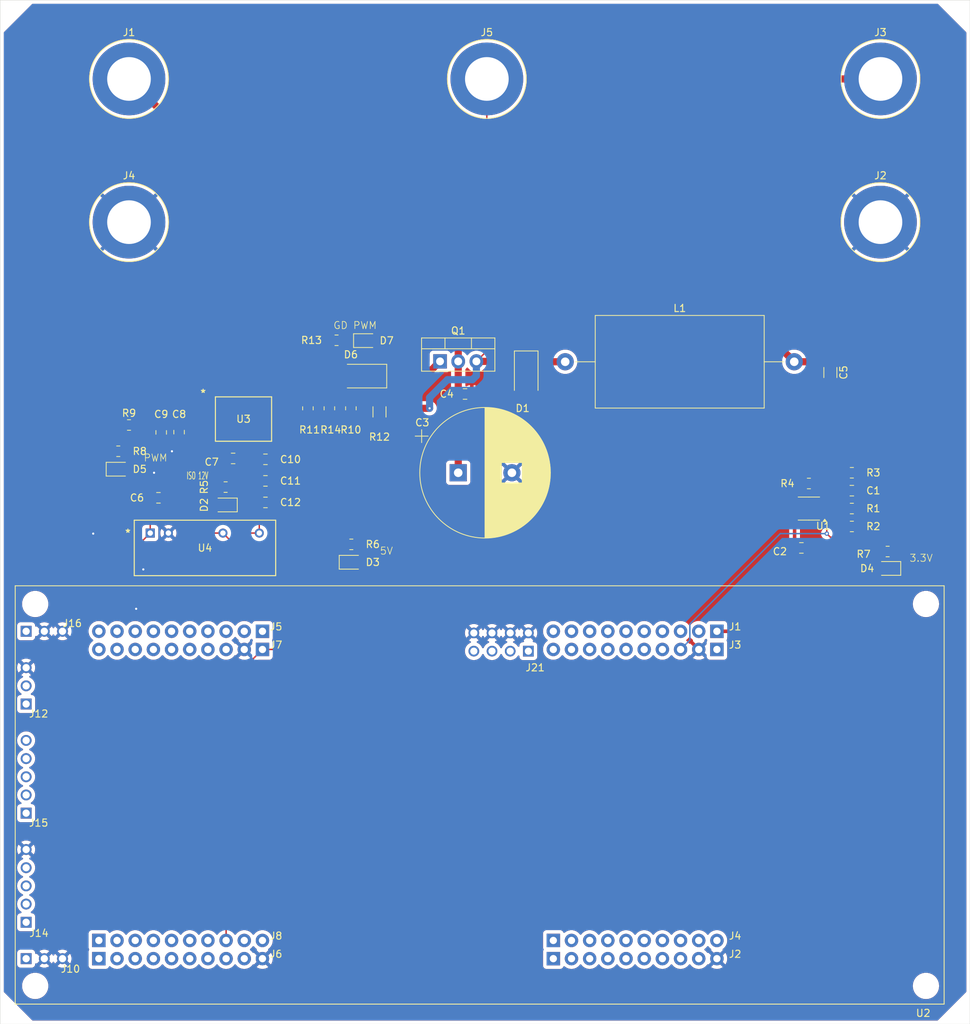
<source format=kicad_pcb>
(kicad_pcb (version 20240108) (generator "pcbnew") (generator_version "8.0")
  (layers (0 "F.Cu" signal) (31 "B.Cu" signal) (34 "B.Paste" user) (35 "F.Paste" user) (36 "B.SilkS" user "B.Silkscreen") (37 "F.SilkS" user "F.Silkscreen") (38 "B.Mask" user) (39 "F.Mask" user) (44 "Edge.Cuts" user))
  (net 0 "")
  (net 1 "Net-(U1A-+)")
  (net 2 "GND")
  (net 3 "+3.3V")
  (net 4 "Net-(U1A--)")
  (net 5 "/VFILT")
  (net 6 "/VOUT")
  (net 15 "/PowerStage/VIN")
  (net 27 "/GD/ISO_12")
  (net 44 "+5V")
  (net 47 "/GD/PWM_FILT")
  (net 48 "/VSW")
  (net 51 "Net-(D2-K)")
  (net 52 "Net-(D3-K)")
  (net 54 "Net-(D4-K)")
  (net 70 "Net-(D5-K)")
  (net 72 "/PWM")
  (net 77 "Net-(D6-A)")
  (net 80 "/VG")
  (net 89 "Net-(D7-K)")
  (net 94 "/GD/GD_PWM")
  (footprint "Capacitor_SMD:C_0805_2012Metric" (layer "F.Cu") (at 133.95 125.5)
    (property "Reference" "C2" (at -3 0.5 0) (layer "F.SilkS"))
    (property "Value" "1u")
    (pad "1" smd roundrect (at -0.95 0) (size 1 1.45) (layers "F.Cu" "F.Paste" "F.Mask") (net 3 "+3.3V"))
    (pad "2" smd roundrect (at 0.95 0) (size 1 1.45) (layers "F.Cu" "F.Paste" "F.Mask") (net 2 "GND"))
  )
  (footprint "Resistor_SMD:R_0805_2012Metric" (layer "F.Cu") (at 135 116.5 180)
    (property "Reference" "R4" (at 3 0 0) (layer "F.SilkS"))
    (property "Value" "5k")
    (pad "1" smd roundrect (at -0.9125 0 180) (size 1.025 1.4) (layers "F.Cu" "F.Paste" "F.Mask") (roundrect_rratio 0.243902) (net 1 "Net-(U1A-+)"))
    (pad "2" smd roundrect (at 0.9125 0 180) (size 1.025 1.4) (layers "F.Cu" "F.Paste" "F.Mask") (roundrect_rratio 0.243902) (net 6 "/VOUT"))
  )
  (footprint "LED_SMD:LED_0805_2012Metric" (layer "F.Cu") (at 38.5 114.5)
    (property "Reference" "D5" (at 3 0 0) (layer "F.SilkS"))
    (property "Value" "LTST-C170KGKT")
    (pad "1" smd roundrect (at -0.9375 0) (size 0.975 1.4) (layers "F.Cu" "F.Paste" "F.Mask") (net 70 "Net-(D5-K)"))
    (pad "2" smd roundrect (at 0.9375 0) (size 0.975 1.4) (layers "F.Cu" "F.Paste" "F.Mask") (net 72 "/PWM"))
  )
  (footprint "Connector:Banana_Jack_1Pin" (layer "F.Cu") (at 90 60)
    (property "Reference" "J5" (at 0 -6.5 0) (layer "F.SilkS"))
    (property "Value" "Conn_01x01_Pin")
    (pad "1" thru_hole circle (at 0 0) (size 10.16 10.16) (drill 6.1) (layers "*.Cu" "*.Mask") (net 48 "/VSW"))
  )
  (footprint "Package_SO:VSSOP-8_3x3mm_P0.65mm" (layer "F.Cu") (at 135 120 180)
    (property "Reference" "U1" (at -2 -2.45 0) (layer "F.SilkS"))
    (property "Value" "LM358")
    (pad "1" smd roundrect (at -2.1125 -0.975 180) (size 1.625 0.5) (layers "F.Cu" "F.Paste" "F.Mask") (net 5 "/VFILT"))
    (pad "2" smd roundrect (at -2.1125 -0.325 180) (size 1.625 0.5) (layers "F.Cu" "F.Paste" "F.Mask") (net 4 "Net-(U1A--)"))
    (pad "3" smd roundrect (at -2.1125 0.325 180) (size 1.625 0.5) (layers "F.Cu" "F.Paste" "F.Mask") (net 1 "Net-(U1A-+)"))
    (pad "4" smd roundrect (at -2.1125 0.975 180) (size 1.625 0.5) (layers "F.Cu" "F.Paste" "F.Mask") (net 2 "GND"))
    (pad "5" smd roundrect (at 2.1125 0.975 180) (size 1.625 0.5) (layers "F.Cu" "F.Paste" "F.Mask"))
    (pad "6" smd roundrect (at 2.1125 0.325 180) (size 1.625 0.5) (layers "F.Cu" "F.Paste" "F.Mask"))
    (pad "7" smd roundrect (at 2.1125 -0.325 180) (size 1.625 0.5) (layers "F.Cu" "F.Paste" "F.Mask"))
    (pad "8" smd roundrect (at 2.1125 -0.975 180) (size 1.625 0.5) (layers "F.Cu" "F.Paste" "F.Mask") (net 3 "+3.3V"))
  )
  (footprint "Capacitor_SMD:C_0805_2012Metric" (layer "F.Cu") (at 44.1152 118.5)
    (property "Reference" "C6" (at -3 0 0) (layer "F.SilkS"))
    (property "Value" "1u")
    (pad "1" smd roundrect (at -0.95 0) (size 1 1.45) (layers "F.Cu" "F.Paste" "F.Mask") (net 44 "+5V"))
    (pad "2" smd roundrect (at 0.95 0) (size 1 1.45) (layers "F.Cu" "F.Paste" "F.Mask") (net 2 "GND"))
  )
  (footprint "Resistor_SMD:R_0805_2012Metric_Pad1.20x1.40mm_HandSolder" (layer "F.Cu") (at 71 106 -90)
    (property "Reference" "R10" (at 3 0 180) (layer "F.SilkS"))
    (property "Value" "14R")
    (pad "1" smd roundrect (at -1 0 270) (size 1.2 1.4) (layers "F.Cu" "F.Paste" "F.Mask") (roundrect_rratio 0.208333) (net 80 "/VG"))
    (pad "2" smd roundrect (at 1 0 270) (size 1.2 1.4) (layers "F.Cu" "F.Paste" "F.Mask") (roundrect_rratio 0.208333) (net 94 "/GD/GD_PWM"))
  )
  (footprint "Connector:Banana_Jack_1Pin" (layer "F.Cu") (at 40 80)
    (property "Reference" "J4" (at 0 -6.5 0) (layer "F.SilkS"))
    (property "Value" "Conn_01x01_Pin")
    (pad "1" thru_hole circle (at 0 0) (size 10.16 10.16) (drill 6.1) (layers "*.Cu" "*.Mask") (net 2 "GND"))
  )
  (footprint "Resistor_SMD:R_0805_2012Metric" (layer "F.Cu") (at 141 120 180)
    (property "Reference" "R1" (at -3 0 0) (layer "F.SilkS"))
    (property "Value" "5k")
    (pad "1" smd roundrect (at -0.9125 0 180) (size 1.025 1.4) (layers "F.Cu" "F.Paste" "F.Mask") (roundrect_rratio 0.243902) (net 2 "GND"))
    (pad "2" smd roundrect (at 0.9125 0 180) (size 1.025 1.4) (layers "F.Cu" "F.Paste" "F.Mask") (roundrect_rratio 0.243902) (net 4 "Net-(U1A--)"))
  )
  (footprint "Resistor_SMD:R_0805_2012Metric_Pad1.20x1.40mm_HandSolder" (layer "F.Cu") (at 38.5 112)
    (property "Reference" "R8" (at 3 0 0) (layer "F.SilkS"))
    (property "Value" "3.3k")
    (pad "1" smd roundrect (at -1 0) (size 1.2 1.4) (layers "F.Cu" "F.Paste" "F.Mask") (roundrect_rratio 0.208333) (net 70 "Net-(D5-K)"))
    (pad "2" smd roundrect (at 1 0) (size 1.2 1.4) (layers "F.Cu" "F.Paste" "F.Mask") (roundrect_rratio 0.208333) (net 2 "GND"))
  )
  (footprint "Resistor_SMD:R_0805_2012Metric_Pad1.20x1.40mm_HandSolder" (layer "F.Cu") (at 65 106 90)
    (property "Reference" "R11" (at -3 0.235 180) (layer "F.SilkS"))
    (property "Value" "12R")
    (pad "1" smd roundrect (at -1 0 90) (size 1.2 1.4) (layers "F.Cu" "F.Paste" "F.Mask") (roundrect_rratio 0.208333) (net 94 "/GD/GD_PWM"))
    (pad "2" smd roundrect (at 1 0 90) (size 1.2 1.4) (layers "F.Cu" "F.Paste" "F.Mask") (roundrect_rratio 0.208333) (net 77 "Net-(D6-A)"))
  )
  (footprint "footprints:TMV-HI_SINGLE_TRP" (layer "F.Cu") (at 42.9652 123.425)
    (property "Reference" "U4" (at 7.65 2.075 0) (layer "F.SilkS"))
    (property "Value" "TMV 0512SHI")
    (fp_text user "*" (at -3.1196 0 0) (layer "F.SilkS"))
    (fp_text user "*" (at -3.1196 0 0) (layer "F.SilkS"))
    (pad "1" thru_hole rect (at 0 0) (size 1.27 1.27) (drill 0.762) (layers "*.Cu" "*.Mask") (net 44 "+5V"))
    (pad "2" thru_hole circle (at 2.54 0) (size 1.27 1.27) (drill 0.762) (layers "*.Cu" "*.Mask") (net 2 "GND"))
    (pad "5" thru_hole circle (at 10.16 0) (size 1.27 1.27) (drill 0.762) (layers "*.Cu" "*.Mask") (net 48 "/VSW"))
    (pad "7" thru_hole circle (at 15.24 0) (size 1.27 1.27) (drill 0.762) (layers "*.Cu" "*.Mask") (net 27 "/GD/ISO_12"))
  )
  (footprint "Resistor_SMD:R_1206_3216Metric_Pad1.30x1.75mm_HandSolder" (layer "F.Cu") (at 75 106.5 -90)
    (property "Reference" "R12" (at 3.5 0 0) (layer "F.SilkS"))
    (property "Value" "50R")
    (pad "1" smd roundrect (at -1.55 0 270) (size 1.3 1.75) (layers "F.Cu" "F.Paste" "F.Mask") (roundrect_rratio 0.192308) (net 80 "/VG"))
    (pad "2" smd roundrect (at 1.55 0 270) (size 1.3 1.75) (layers "F.Cu" "F.Paste" "F.Mask") (roundrect_rratio 0.192308) (net 48 "/VSW"))
  )
  (footprint "Capacitor_SMD:C_0805_2012Metric" (layer "F.Cu") (at 141 117.5)
    (property "Reference" "C1" (at 3 0 0) (layer "F.SilkS"))
    (property "Value" "10u")
    (pad "1" smd roundrect (at -0.95 0) (size 1 1.45) (layers "F.Cu" "F.Paste" "F.Mask") (net 1 "Net-(U1A-+)"))
    (pad "2" smd roundrect (at 0.95 0) (size 1 1.45) (layers "F.Cu" "F.Paste" "F.Mask") (net 2 "GND"))
  )
  (footprint "LED_SMD:LED_0805_2012Metric" (layer "F.Cu") (at 53.4375 119.5 180)
    (property "Reference" "D2" (at 2.9375 0 90) (layer "F.SilkS"))
    (property "Value" "LTST-C170KGKT")
    (pad "1" smd roundrect (at -0.9375 0 180) (size 0.975 1.4) (layers "F.Cu" "F.Paste" "F.Mask") (net 51 "Net-(D2-K)"))
    (pad "2" smd roundrect (at 0.9375 0 180) (size 0.975 1.4) (layers "F.Cu" "F.Paste" "F.Mask") (net 27 "/GD/ISO_12"))
  )
  (footprint "Connector:Banana_Jack_1Pin" (layer "F.Cu") (at 40 60)
    (property "Reference" "J1" (at 0 -6.5 0) (layer "F.SilkS"))
    (property "Value" "Conn_01x01_Pin")
    (pad "1" thru_hole circle (at 0 0) (size 10.16 10.16) (drill 6.1) (layers "*.Cu" "*.Mask") (net 15 "/PowerStage/VIN"))
  )
  (footprint "Capacitor_THT:CP_Radial_D18.0mm_P7.50mm" (layer "F.Cu") (at 86 115)
    (property "Reference" "C3" (at -5.02222 -7 0) (layer "F.SilkS"))
    (property "Value" "470u")
    (pad "1" thru_hole rect (at 0 0) (size 2.4 2.4) (drill 1.2) (layers "*.Cu" "*.Mask") (net 15 "/PowerStage/VIN"))
    (pad "2" thru_hole circle (at 7.5 0) (size 2.4 2.4) (drill 1.2) (layers "*.Cu" "*.Mask") (net 2 "GND"))
  )
  (footprint "Resistor_SMD:R_0805_2012Metric_Pad1.20x1.40mm_HandSolder" (layer "F.Cu") (at 53.5 117 180)
    (property "Reference" "R5" (at 3 0 90) (layer "F.SilkS"))
    (property "Value" "3.3k")
    (pad "1" smd roundrect (at -1 0 180) (size 1.2 1.4) (layers "F.Cu" "F.Paste" "F.Mask") (roundrect_rratio 0.208333) (net 51 "Net-(D2-K)"))
    (pad "2" smd roundrect (at 1 0 180) (size 1.2 1.4) (layers "F.Cu" "F.Paste" "F.Mask") (roundrect_rratio 0.208333) (net 48 "/VSW"))
  )
  (footprint "Capacitor_SMD:C_0805_2012Metric" (layer "F.Cu") (at 54.55 113 180)
    (property "Reference" "C7" (at 3 -0.5 0) (layer "F.SilkS"))
    (property "Value" "1u")
    (pad "1" smd roundrect (at -0.95 0 180) (size 1 1.45) (layers "F.Cu" "F.Paste" "F.Mask") (net 27 "/GD/ISO_12"))
    (pad "2" smd roundrect (at 0.95 0 180) (size 1 1.45) (layers "F.Cu" "F.Paste" "F.Mask") (net 48 "/VSW"))
  )
  (footprint "Capacitor_SMD:C_0805_2012Metric" (layer "F.Cu") (at 59.0652 116.135)
    (property "Reference" "C11" (at 3.5 0 180) (layer "F.SilkS"))
    (property "Value" "220n")
    (pad "1" smd roundrect (at -0.95 0) (size 1 1.45) (layers "F.Cu" "F.Paste" "F.Mask") (net 27 "/GD/ISO_12"))
    (pad "2" smd roundrect (at 0.95 0) (size 1 1.45) (layers "F.Cu" "F.Paste" "F.Mask") (net 48 "/VSW"))
  )
  (footprint "Diode_SMD:D_SMA" (layer "F.Cu") (at 72.5 101.5 180)
    (property "Reference" "D6" (at 1.5 3 0) (layer "F.SilkS"))
    (property "Value" "US2AA")
    (pad "1" smd roundrect (at -2 0 180) (size 2.5 1.8) (layers "F.Cu" "F.Paste" "F.Mask") (roundrect_rratio 0.1388888889) (net 80 "/VG"))
    (pad "2" smd roundrect (at 2 0 180) (size 2.5 1.8) (layers "F.Cu" "F.Paste" "F.Mask") (roundrect_rratio 0.1388888889) (net 77 "Net-(D6-A)"))
  )
  (footprint "LED_SMD:LED_0805_2012Metric" (layer "F.Cu") (at 71.0625 127.5)
    (property "Reference" "D3" (at 3 0 0) (layer "F.SilkS"))
    (property "Value" "LTST-C170KGKT")
    (pad "1" smd roundrect (at -0.9375 0) (size 0.975 1.4) (layers "F.Cu" "F.Paste" "F.Mask") (net 52 "Net-(D3-K)"))
    (pad "2" smd roundrect (at 0.9375 0) (size 0.975 1.4) (layers "F.Cu" "F.Paste" "F.Mask") (net 44 "+5V"))
  )
  (footprint "Package_TO_SOT_THT:TO-220-3_Vertical" (layer "F.Cu") (at 83.46 99.445)
    (property "Reference" "Q1" (at 2.54 -4.27 0) (layer "F.SilkS"))
    (property "Value" "IRF540N")
    (pad "1" thru_hole rect (at 0 0) (size 1.905 2) (drill 1.1) (layers "*.Cu" "*.Mask") (net 80 "/VG"))
    (pad "2" thru_hole oval (at 2.54 0) (size 1.905 2) (drill 1.1) (layers "*.Cu" "*.Mask") (net 15 "/PowerStage/VIN"))
    (pad "3" thru_hole oval (at 5.08 0) (size 1.905 2) (drill 1.1) (layers "*.Cu" "*.Mask") (net 48 "/VSW"))
  )
  (footprint "Resistor_SMD:R_0805_2012Metric_Pad1.20x1.40mm_HandSolder" (layer "F.Cu") (at 68 106 90)
    (property "Reference" "R14" (at -3 0.185 180) (layer "F.SilkS"))
    (property "Value" "14R")
    (pad "1" smd roundrect (at -1 0 90) (size 1.2 1.4) (layers "F.Cu" "F.Paste" "F.Mask") (roundrect_rratio 0.208333) (net 94 "/GD/GD_PWM"))
    (pad "2" smd roundrect (at 1 0 90) (size 1.2 1.4) (layers "F.Cu" "F.Paste" "F.Mask") (roundrect_rratio 0.208333) (net 80 "/VG"))
  )
  (footprint "LED_SMD:LED_0805_2012Metric" (layer "F.Cu") (at 73.0625 96.55)
    (property "Reference" "D7" (at 2.9375 0 0) (layer "F.SilkS"))
    (property "Value" "LTST-C170KGKT")
    (pad "1" smd roundrect (at -0.9375 0) (size 0.975 1.4) (layers "F.Cu" "F.Paste" "F.Mask") (net 89 "Net-(D7-K)"))
    (pad "2" smd roundrect (at 0.9375 0) (size 0.975 1.4) (layers "F.Cu" "F.Paste" "F.Mask") (net 80 "/VG"))
  )
  (footprint "MCU_lib:MOD_LAUNCHXL-F28379D" (layer "F.Cu") (at 89 160 180)
    (property "Reference" "U2" (at -61.972 -30.475 0) (layer "F.SilkS"))
    (property "Value" "LAUNCHXL-F28379D")
    (fp_text user "J21" (at -7.747 17.78 0) (layer "F.SilkS"))
    (fp_text user "J4" (at -35.687 -19.685 0) (layer "F.SilkS"))
    (fp_text user "J16" (at 56.928 23.97 0) (layer "F.SilkS"))
    (fp_text user "J15" (at 61.628 -3.905 0) (layer "F.SilkS"))
    (fp_text user "J12" (at 61.628 11.335 0) (layer "F.SilkS"))
    (fp_text user "J1" (at -35.687 23.495 0) (layer "F.SilkS"))
    (fp_text user "J8" (at 28.448 -19.685 0) (layer "F.SilkS"))
    (fp_text user "J10" (at 57.178 -24.305 0) (layer "F.SilkS"))
    (fp_text user "J7" (at 28.448 20.955 0) (layer "F.SilkS"))
    (fp_text user "J3" (at -35.687 20.955 0) (layer "F.SilkS"))
    (fp_text user "J6" (at 28.448 -22.225 0) (layer "F.SilkS"))
    (fp_text user "J14" (at 61.578 -19.305 0) (layer "F.SilkS"))
    (fp_text user "J2" (at -35.687 -22.225 0) (layer "F.SilkS"))
    (fp_text user "J5" (at 28.448 23.495 0) (layer "F.SilkS"))
    (pad "" np_thru_hole circle (at -62.357 -26.67 180) (size 3.175 3.175) (drill 3.175) (layers "*.Cu" "*.Mask"))
    (pad "" np_thru_hole circle (at -62.357 26.67 180) (size 3.175 3.175) (drill 3.175) (layers "*.Cu" "*.Mask"))
    (pad "" np_thru_hole circle (at 62.103 -26.67 180) (size 3.175 3.175) (drill 3.175) (layers "*.Cu" "*.Mask"))
    (pad "" np_thru_hole circle (at 62.103 26.67 180) (size 3.175 3.175) (drill 3.175) (layers "*.Cu" "*.Mask"))
    (pad "J1_1" thru_hole rect (at -33.147 22.86 180) (size 1.8796 1.8796) (drill 1.016) (layers "*.Cu" "*.Mask") (net 3 "+3.3V"))
    (pad "J1_2" thru_hole circle (at -30.607 22.86 180) (size 1.8796 1.8796) (drill 1.016) (layers "*.Cu" "*.Mask"))
    (pad "J1_3" thru_hole circle (at -28.067 22.86 180) (size 1.8796 1.8796) (drill 1.016) (layers "*.Cu" "*.Mask"))
    (pad "J1_4" thru_hole circle (at -25.527 22.86 180) (size 1.8796 1.8796) (drill 1.016) (layers "*.Cu" "*.Mask"))
    (pad "J1_5" thru_hole circle (at -22.987 22.86 180) (size 1.8796 1.8796) (drill 1.016) (layers "*.Cu" "*.Mask"))
    (pad "J1_6" thru_hole circle (at -20.447 22.86 180) (size 1.8796 1.8796) (drill 1.016) (layers "*.Cu" "*.Mask"))
    (pad "J1_7" thru_hole circle (at -17.907 22.86 180) (size 1.8796 1.8796) (drill 1.016) (layers "*.Cu" "*.Mask"))
    (pad "J1_8" thru_hole circle (at -15.367 22.86 180) (size 1.8796 1.8796) (drill 1.016) (layers "*.Cu" "*.Mask"))
    (pad "J1_9" thru_hole circle (at -12.827 22.86 180) (size 1.8796 1.8796) (drill 1.016) (layers "*.Cu" "*.Mask"))
    (pad "J1_10" thru_hole circle (at -10.287 22.86 180) (size 1.8796 1.8796) (drill 1.016) (layers "*.Cu" "*.Mask"))
    (pad "J2_1" thru_hole rect (at -10.287 -22.86 180) (size 1.8796 1.8796) (drill 1.016) (layers "*.Cu" "*.Mask"))
    (pad "J2_2" thru_hole circle (at -12.827 -22.86 180) (size 1.8796 1.8796) (drill 1.016) (layers "*.Cu" "*.Mask"))
    (pad "J2_3" thru_hole circle (at -15.367 -22.86 180) (size 1.8796 1.8796) (drill 1.016) (layers "*.Cu" "*.Mask"))
    (pad "J2_4" thru_hole circle (at -17.907 -22.86 180) (size 1.8796 1.8796) (drill 1.016) (layers "*.Cu" "*.Mask"))
    (pad "J2_5" thru_hole circle (at -20.447 -22.86 180) (size 1.8796 1.8796) (drill 1.016) (layers "*.Cu" "*.Mask"))
    (pad "J2_6" thru_hole circle (at -22.987 -22.86 180) (size 1.8796 1.8796) (drill 1.016) (layers "*.Cu" "*.Mask"))
    (pad "J2_7" thru_hole circle (at -25.527 -22.86 180) (size 1.8796 1.8796) (drill 1.016) (layers "*.Cu" "*.Mask"))
    (pad "J2_8" thru_hole circle (at -28.067 -22.86 180) (size 1.8796 1.8796) (drill 1.016) (layers "*.Cu" "*.Mask"))
    (pad "J2_9" thru_hole circle (at -30.607 -22.86 180) (size 1.8796 1.8796) (drill 1.016) (layers "*.Cu" "*.Mask"))
    (pad "J2_10" thru_hole circle (at -33.147 -22.86 180) (size 1.8796 1.8796) (drill 1.016) (layers "*.Cu" "*.Mask") (net 2 "GND"))
    (pad "J3_1" thru_hole rect (at -33.147 20.32 180) (size 1.8796 1.8796) (drill 1.016) (layers "*.Cu" "*.Mask"))
    (pad "J3_2" thru_hole circle (at -30.607 20.32 180) (size 1.8796 1.8796) (drill 1.016) (layers "*.Cu" "*.Mask") (net 2 "GND"))
    (pad "J3_3" thru_hole circle (at -28.067 20.32 180) (size 1.8796 1.8796) (drill 1.016) (layers "*.Cu" "*.Mask") (net 5 "/VFILT"))
    (pad "J3_4" thru_hole circle (at -25.527 20.32 180) (size 1.8796 1.8796) (drill 1.016) (layers "*.Cu" "*.Mask"))
    (pad "J3_5" thru_hole circle (at -22.987 20.32 180) (size 1.8796 1.8796) (drill 1.016) (layers "*.Cu" "*.Mask"))
    (pad "J3_6" thru_hole circle (at -20.447 20.32 180) (size 1.8796 1.8796) (drill 1.016) (layers "*.Cu" "*.Mask"))
    (pad "J3_7" thru_hole circle (at -17.907 20.32 180) (size 1.8796 1.8796) (drill 1.016) (layers "*.Cu" "*.Mask"))
    (pad "J3_8" thru_hole circle (at -15.367 20.32 180) (size 1.8796 1.8796) (drill 1.016) (layers "*.Cu" "*.Mask"))
    (pad "J3_9" thru_hole circle (at -12.827 20.32 180) (size 1.8796 1.8796) (drill 1.016) (layers "*.Cu" "*.Mask"))
    (pad "J3_10" thru_hole circle (at -10.287 20.32 180) (size 1.8796 1.8796) (drill 1.016) (layers "*.Cu" "*.Mask"))
    (pad "J4_1" thru_hole rect (at -10.287 -20.32 180) (size 1.8796 1.8796) (drill 1.016) (layers "*.Cu" "*.Mask"))
    (pad "J4_2" thru_hole circle (at -12.827 -20.32 180) (size 1.8796 1.8796) (drill 1.016) (layers "*.Cu" "*.Mask"))
    (pad "J4_3" thru_hole circle (at -15.367 -20.32 180) (size 1.8796 1.8796) (drill 1.016) (layers "*.Cu" "*.Mask"))
    (pad "J4_4" thru_hole circle (at -17.907 -20.32 180) (size 1.8796 1.8796) (drill 1.016) (layers "*.Cu" "*.Mask"))
    (pad "J4_5" thru_hole circle (at -20.447 -20.32 180) (size 1.8796 1.8796) (drill 1.016) (layers "*.Cu" "*.Mask"))
    (pad "J4_6" thru_hole circle (at -22.987 -20.32 180) (size 1.8796 1.8796) (drill 1.016) (layers "*.Cu" "*.Mask"))
    (pad "J4_7" thru_hole circle (at -25.527 -20.32 180) (size 1.8796 1.8796) (drill 1.016) (layers "*.Cu" "*.Mask"))
    (pad "J4_8" thru_hole circle (at -28.067 -20.32 180) (size 1.8796 1.8796) (drill 1.016) (layers "*.Cu" "*.Mask"))
    (pad "J4_9" thru_hole circle (at -30.607 -20.32 180) (size 1.8796 1.8796) (drill 1.016) (layers "*.Cu" "*.Mask"))
    (pad "J4_10" thru_hole circle (at -33.147 -20.32 180) (size 1.8796 1.8796) (drill 1.016) (layers "*.Cu" "*.Mask"))
    (pad "J5_1" thru_hole rect (at 30.353 22.86 180) (size 1.8796 1.8796) (drill 1.016) (layers "*.Cu" "*.Mask"))
    (pad "J5_2" thru_hole circle (at 32.893 22.86 180) (size 1.8796 1.8796) (drill 1.016) (layers "*.Cu" "*.Mask"))
    (pad "J5_3" thru_hole circle (at 35.433 22.86 180) (size 1.8796 1.8796) (drill 1.016) (layers "*.Cu" "*.Mask"))
    (pad "J5_4" thru_hole circle (at 37.973 22.86 180) (size 1.8796 1.8796) (drill 1.016) (layers "*.Cu" "*.Mask"))
    (pad "J5_5" thru_hole circle (at 40.513 22.86 180) (size 1.8796 1.8796) (drill 1.016) (layers "*.Cu" "*.Mask"))
    (pad "J5_6" thru_hole circle (at 43.053 22.86 180) (size 1.8796 1.8796) (drill 1.016) (layers "*.Cu" "*.Mask"))
    (pad "J5_7" thru_hole circle (at 45.593 22.86 180) (size 1.8796 1.8796) (drill 1.016) (layers "*.Cu" "*.Mask"))
    (pad "J5_8" thru_hole circle (at 48.133 22.86 180) (size 1.8796 1.8796) (drill 1.016) (layers "*.Cu" "*.Mask"))
    (pad "J5_9" thru_hole circle (at 50.673 22.86 180) (size 1.8796 1.8796) (drill 1.016) (layers "*.Cu" "*.Mask"))
    (pad "J5_10" thru_hole circle (at 53.213 22.86 180) (size 1.8796 1.8796) (drill 1.016) (layers "*.Cu" "*.Mask"))
    (pad "J6_1" thru_hole rect (at 53.213 -22.86 180) (size 1.8796 1.8796) (drill 1.016) (layers "*.Cu" "*.Mask"))
    (pad "J6_2" thru_hole circle (at 50.673 -22.86 180) (size 1.8796 1.8796) (drill 1.016) (layers "*.Cu" "*.Mask"))
    (pad "J6_3" thru_hole circle (at 48.133 -22.86 180) (size 1.8796 1.8796) (drill 1.016) (layers "*.Cu" "*.Mask"))
    (pad "J6_4" thru_hole circle (at 45.593 -22.86 180) (size 1.8796 1.8796) (drill 1.016) (layers "*.Cu" "*.Mask"))
    (pad "J6_5" thru_hole circle (at 43.053 -22.86 180) (size 1.8796 1.8796) (drill 1.016) (layers "*.Cu" "*.Mask"))
    (pad "J6_6" thru_hole circle (at 40.513 -22.86 180) (size 1.8796 1.8796) (drill 1.016) (layers "*.Cu" "*.Mask"))
    (pad "J6_7" thru_hole circle (at 37.973 -22.86 180) (size 1.8796 1.8796) (drill 1.016) (layers "*.Cu" "*.Mask"))
    (pad "J6_8" thru_hole circle (at 35.433 -22.86 180) (size 1.8796 1.8796) (drill 1.016) (layers "*.Cu" "*.Mask"))
    (pad "J6_9" thru_hole circle (at 32.893 -22.86 180) (size 1.8796 1.8796) (drill 1.016) (layers "*.Cu" "*.Mask"))
    (pad "J6_10" thru_hole circle (at 30.353 -22.86 180) (size 1.8796 1.8796) (drill 1.016) (layers "*.Cu" "*.Mask") (net 2 "GND"))
    (pad "J7_1" thru_hole rect (at 30.353 20.32 180) (size 1.8796 1.8796) (drill 1.016) (layers "*.Cu" "*.Mask") (net 44 "+5V"))
    (pad "J7_2" thru_hole circle (at 32.893 20.32 180) (size 1.8796 1.8796) (drill 1.016) (layers "*.Cu" "*.Mask") (net 2 "GND"))
    (pad "J7_3" thru_hole circle (at 35.433 20.32 180) (size 1.8796 1.8796) (drill 1.016) (layers "*.Cu" "*.Mask"))
    (pad "J7_4" thru_hole circle (at 37.973 20.32 180) (size 1.8796 1.8796) (drill 1.016) (layers "*.Cu" "*.Mask"))
    (pad "J7_5" thru_hole circle (at 40.513 20.32 180) (size 1.8796 1.8796) (drill 1.016) (layers "*.Cu" "*.Mask"))
    (pad "J7_6" thru_hole circle (at 43.053 20.32 180) (size 1.8796 1.8796) (drill 1.016) (layers "*.Cu" "*.Mask"))
    (pad "J7_7" thru_hole circle (at 45.593 20.32 180) (size 1.8796 1.8796) (drill 1.016) (layers "*.Cu" "*.Mask"))
    (pad "J7_8" thru_hole circle (at 48.133 20.32 180) (size 1.8796 1.8796) (drill 1.016) (layers "*.Cu" "*.Mask"))
    (pad "J7_9" thru_hole circle (at 50.673 20.32 180) (size 1.8796 1.8796) (drill 1.016) (layers "*.Cu" "*.Mask"))
    (pad "J7_10" thru_hole circle (at 53.213 20.32 180) (size 1.8796 1.8796) (drill 1.016) (layers "*.Cu" "*.Mask"))
    (pad "J8_1" thru_hole rect (at 53.213 -20.32 180) (size 1.8796 1.8796) (drill 1.016) (layers "*.Cu" "*.Mask"))
    (pad "J8_2" thru_hole circle (at 50.673 -20.32 180) (size 1.8796 1.8796) (drill 1.016) (layers "*.Cu" "*.Mask"))
    (pad "J8_3" thru_hole circle (at 48.133 -20.32 180) (size 1.8796 1.8796) (drill 1.016) (layers "*.Cu" "*.Mask"))
    (pad "J8_4" thru_hole circle (at 45.593 -20.32 180) (size 1.8796 1.8796) (drill 1.016) (layers "*.Cu" "*.Mask"))
    (pad "J8_5" thru_hole circle (at 43.053 -20.32 180) (size 1.8796 1.8796) (drill 1.016) (layers "*.Cu" "*.Mask"))
    (pad "J8_6" thru_hole circle (at 40.513 -20.32 180) (size 1.8796 1.8796) (drill 1.016) (layers "*.Cu" "*.Mask"))
    (pad "J8_7" thru_hole circle (at 37.973 -20.32 180) (size 1.8796 1.8796) (drill 1.016) (layers "*.Cu" "*.Mask"))
    (pad "J8_8" thru_hole circle (at 35.433 -20.32 180) (size 1.8796 1.8796) (drill 1.016) (layers "*.Cu" "*.Mask") (net 72 "/PWM"))
    (pad "J8_9" thru_hole circle (at 32.893 -20.32 180) (size 1.8796 1.8796) (drill 1.016) (layers "*.Cu" "*.Mask"))
    (pad "J8_10" thru_hole circle (at 30.353 -20.32 180) (size 1.8796 1.8796) (drill 1.016) (layers "*.Cu" "*.Mask"))
    (pad "J10_1" thru_hole rect (at 63.373 -22.86 180) (size 1.524 1.524) (drill 1.016) (layers "*.Cu" "*.Mask"))
    (pad "J10_2" thru_hole circle (at 60.833 -22.86 180) (size 1.524 1.524) (drill 1.016) (layers "*.Cu" "*.Mask") (net 2 "GND"))
    (pad "J10_3" thru_hole circle (at 58.293 -22.86 180) (size 1.524 1.524) (drill 1.016) (layers "*.Cu" "*.Mask") (net 2 "GND"))
    (pad "J12_1" thru_hole rect (at 63.373 12.7 180) (size 1.524 1.524) (drill 1.016) (layers "*.Cu" "*.Mask"))
    (pad "J12_2" thru_hole circle (at 63.373 15.24 180) (size 1.524 1.524) (drill 1.016) (layers "*.Cu" "*.Mask"))
    (pad "J12_3" thru_hole circle (at 63.373 17.78 180) (size 1.524 1.524) (drill 1.016) (layers "*.Cu" "*.Mask") (net 2 "GND"))
    (pad "J14_1" thru_hole rect (at 63.373 -17.78 180) (size 1.524 1.524) (drill 1.016) (layers "*.Cu" "*.Mask"))
    (pad "J14_2" thru_hole circle (at 63.373 -15.24 180) (size 1.524 1.524) (drill 1.016) (layers "*.Cu" "*.Mask"))
    (pad "J14_3" thru_hole circle (at 63.373 -12.7 180) (size 1.524 1.524) (drill 1.016) (layers "*.Cu" "*.Mask"))
    (pad "J14_4" thru_hole circle (at 63.373 -10.16 180) (size 1.524 1.524) (drill 1.016) (layers "*.Cu" "*.Mask"))
    (pad "J14_5" thru_hole circle (at 63.373 -7.62 180) (size 1.524 1.524) (drill 1.016) (layers "*.Cu" "*.Mask") (net 2 "GND"))
    (pad "J15_1" thru_hole rect (at 63.373 -2.54 180) (size 1.524 1.524) (drill 1.016) (layers "*.Cu" "*.Mask"))
    (pad "J15_2" thru_hole circle (at 63.373 0 180) (size 1.524 1.524) (drill 1.016) (layers "*.Cu" "*.Mask"))
    (pad "J15_3" thru_hole circle (at 63.373 2.54 180) (size 1.524 1.524) (drill 1.016) (layers "*.Cu" "*.Mask"))
    (pad "J15_4" thru_hole circle (at 63.373 5.08 180) (size 1.524 1.524) (drill 1.016) (layers "*.Cu" "*.Mask"))
    (pad "J15_5" thru_hole circle (at 63.373 7.62 180) (size 1.524 1.524) (drill 1.016) (layers "*.Cu" "*.Mask"))
    (pad "J16_1" thru_hole rect (at 63.373 22.86 180) (size 1.524 1.524) (drill 1.016) (layers "*.Cu" "*.Mask"))
    (pad "J16_2" thru_hole circle (at 60.833 22.86 180) (size 1.524 1.524) (drill 1.016) (layers "*.Cu" "*.Mask") (net 2 "GND"))
    (pad "J16_3" thru_hole circle (at 58.293 22.86 180) (size 1.524 1.524) (drill 1.016) (layers "*.Cu" "*.Mask") (net 2 "GND"))
    (pad "J21_1" thru_hole rect (at -6.803 20.086 180) (size 1.5 1.5) (drill 1) (layers "*.Cu" "*.Mask"))
    (pad "J21_2" thru_hole circle (at -6.803 22.626 180) (size 1.5 1.5) (drill 1) (layers "*.Cu" "*.Mask") (net 2 "GND"))
    (pad "J21_3" thru_hole circle (at -4.263 20.086 180) (size 1.5 1.5) (drill 1) (layers "*.Cu" "*.Mask"))
    (pad "J21_4" thru_hole circle (at -4.263 22.626 180) (size 1.5 1.5) (drill 1) (layers "*.Cu" "*.Mask") (net 2 "GND"))
    (pad "J21_5" thru_hole circle (at -1.723 20.086 180) (size 1.5 1.5) (drill 1) (layers "*.Cu" "*.Mask"))
    (pad "J21_6" thru_hole circle (at -1.723 22.626 180) (size 1.5 1.5) (drill 1) (layers "*.Cu" "*.Mask") (net 2 "GND"))
    (pad "J21_7" thru_hole circle (at 0.817 20.086 180) (size 1.5 1.5) (drill 1) (layers "*.Cu" "*.Mask"))
    (pad "J21_8" thru_hole circle (at 0.817 22.626 180) (size 1.5 1.5) (drill 1) (layers "*.Cu" "*.Mask") (net 2 "GND"))
  )
  (footprint "Resistor_SMD:R_0805_2012Metric" (layer "F.Cu") (at 141 115)
    (property "Reference" "R3" (at 3 0 0) (layer "F.SilkS"))
    (property "Value" "250")
    (pad "1" smd roundrect (at -0.9125 0) (size 1.025 1.4) (layers "F.Cu" "F.Paste" "F.Mask") (roundrect_rratio 0.243902) (net 1 "Net-(U1A-+)"))
    (pad "2" smd roundrect (at 0.9125 0) (size 1.025 1.4) (layers "F.Cu" "F.Paste" "F.Mask") (roundrect_rratio 0.243902) (net 2 "GND"))
  )
  (footprint "Capacitor_SMD:C_0805_2012Metric_Pad1.18x1.45mm_HandSolder" (layer "F.Cu") (at 47 109.3275 -90)
    (property "Reference" "C8" (at -2.5 0 0) (layer "F.SilkS"))
    (property "Value" "1u")
    (pad "1" smd roundrect (at -1.0375 0 270) (size 1.175 1.45) (layers "F.Cu" "F.Paste" "F.Mask") (roundrect_rratio 0.212766) (net 44 "+5V"))
    (pad "2" smd roundrect (at 1.0375 0 270) (size 1.175 1.45) (layers "F.Cu" "F.Paste" "F.Mask") (roundrect_rratio 0.212766) (net 2 "GND"))
  )
  (footprint "Inductor_THT:L_Axial_L23.4mm_D12.7mm_P32.00mm_Horizontal_Vishay_IHA-203" (layer "F.Cu") (at 100.95 99.5)
    (property "Reference" "L1" (at 16 -7.47 0) (layer "F.SilkS"))
    (property "Value" "33m")
    (pad "1" thru_hole circle (at 0 0) (size 2.4 2.4) (drill 1.2) (layers "*.Cu" "*.Mask") (net 48 "/VSW"))
    (pad "2" thru_hole oval (at 32 0) (size 2.4 2.4) (drill 1.2) (layers "*.Cu" "*.Mask") (net 6 "/VOUT"))
  )
  (footprint "Resistor_SMD:R_0805_2012Metric_Pad1.20x1.40mm_HandSolder" (layer "F.Cu") (at 71.0625 125)
    (property "Reference" "R6" (at 3 0 0) (layer "F.SilkS"))
    (property "Value" "3.3k")
    (pad "1" smd roundrect (at -1 0) (size 1.2 1.4) (layers "F.Cu" "F.Paste" "F.Mask") (roundrect_rratio 0.208333) (net 52 "Net-(D3-K)"))
    (pad "2" smd roundrect (at 1 0) (size 1.2 1.4) (layers "F.Cu" "F.Paste" "F.Mask") (roundrect_rratio 0.208333) (net 2 "GND"))
  )
  (footprint "footprints:SOIC8_DWV_TEX" (layer "F.Cu") (at 56 107.5)
    (property "Reference" "U3" (at 0 0 0) (layer "F.SilkS"))
    (property "Value" "UCC5304DWVR")
    (fp_text user "*" (at -5.6388 -3.6068 0) (layer "F.SilkS"))
    (fp_text user "*" (at -5.6388 -3.6068 0) (layer "F.SilkS"))
    (pad "1" smd rect (at -5.3848 -1.905) (size 1.7018 0.5588) (layers "F.Cu" "F.Paste" "F.Mask") (net 47 "/GD/PWM_FILT"))
    (pad "2" smd rect (at -5.3848 -0.635) (size 1.7018 0.5588) (layers "F.Cu" "F.Paste" "F.Mask") (net 44 "+5V"))
    (pad "3" smd rect (at -5.3848 0.635) (size 1.7018 0.5588) (layers "F.Cu" "F.Paste" "F.Mask") (net 44 "+5V"))
    (pad "4" smd rect (at -5.3848 1.905) (size 1.7018 0.5588) (layers "F.Cu" "F.Paste" "F.Mask") (net 2 "GND"))
    (pad "5" smd rect (at 5.3848 1.905) (size 1.7018 0.5588) (layers "F.Cu" "F.Paste" "F.Mask") (net 48 "/VSW"))
    (pad "6" smd rect (at 5.3848 0.635) (size 1.7018 0.5588) (layers "F.Cu" "F.Paste" "F.Mask") (net 48 "/VSW"))
    (pad "7" smd rect (at 5.3848 -0.635) (size 1.7018 0.5588) (layers "F.Cu" "F.Paste" "F.Mask") (net 94 "/GD/GD_PWM"))
    (pad "8" smd rect (at 5.3848 -1.905) (size 1.7018 0.5588) (layers "F.Cu" "F.Paste" "F.Mask") (net 27 "/GD/ISO_12"))
  )
  (footprint "LED_SMD:LED_0805_2012Metric" (layer "F.Cu") (at 146.1425 128.365 180)
    (property "Reference" "D4" (at 3 0 0) (layer "F.SilkS"))
    (property "Value" "LTST-C170KGKT")
    (pad "1" smd roundrect (at -0.9375 0 180) (size 0.975 1.4) (layers "F.Cu" "F.Paste" "F.Mask") (net 54 "Net-(D4-K)"))
    (pad "2" smd roundrect (at 0.9375 0 180) (size 0.975 1.4) (layers "F.Cu" "F.Paste" "F.Mask") (net 3 "+3.3V"))
  )
  (footprint "Resistor_SMD:R_0805_2012Metric_Pad1.20x1.40mm_HandSolder" (layer "F.Cu") (at 69 96.5 180)
    (property "Reference" "R13" (at 3.5 0 0) (layer "F.SilkS"))
    (property "Value" "3.3k")
    (pad "1" smd roundrect (at -1 0 180) (size 1.2 1.4) (layers "F.Cu" "F.Paste" "F.Mask") (roundrect_rratio 0.208333) (net 89 "Net-(D7-K)"))
    (pad "2" smd roundrect (at 1 0 180) (size 1.2 1.4) (layers "F.Cu" "F.Paste" "F.Mask") (roundrect_rratio 0.208333) (net 48 "/VSW"))
  )
  (footprint "Resistor_SMD:R_0805_2012Metric" (layer "F.Cu") (at 141 122.5)
    (property "Reference" "R2" (at 3 0 0) (layer "F.SilkS"))
    (property "Value" "250")
    (pad "1" smd roundrect (at -0.9125 0) (size 1.025 1.4) (layers "F.Cu" "F.Paste" "F.Mask") (roundrect_rratio 0.243902) (net 4 "Net-(U1A--)"))
    (pad "2" smd roundrect (at 0.9125 0) (size 1.025 1.4) (layers "F.Cu" "F.Paste" "F.Mask") (roundrect_rratio 0.243902) (net 5 "/VFILT"))
  )
  (footprint "Resistor_SMD:R_0805_2012Metric_Pad1.20x1.40mm_HandSolder" (layer "F.Cu") (at 146 126 180)
    (property "Reference" "R7" (at 3.3575 -0.365 0) (layer "F.SilkS"))
    (property "Value" "3.3k")
    (pad "1" smd roundrect (at -1 0 180) (size 1.2 1.4) (layers "F.Cu" "F.Paste" "F.Mask") (roundrect_rratio 0.208333) (net 54 "Net-(D4-K)"))
    (pad "2" smd roundrect (at 1 0 180) (size 1.2 1.4) (layers "F.Cu" "F.Paste" "F.Mask") (roundrect_rratio 0.208333) (net 2 "GND"))
  )
  (footprint "Capacitor_SMD:C_0805_2012Metric" (layer "F.Cu") (at 59.0652 113.125)
    (property "Reference" "C10" (at 3.5 0.01 180) (layer "F.SilkS"))
    (property "Value" "10u")
    (pad "1" smd roundrect (at -0.95 0) (size 1 1.45) (layers "F.Cu" "F.Paste" "F.Mask") (net 27 "/GD/ISO_12"))
    (pad "2" smd roundrect (at 0.95 0) (size 1 1.45) (layers "F.Cu" "F.Paste" "F.Mask") (net 48 "/VSW"))
  )
  (footprint "Diode_SMD:D_SMA" (layer "F.Cu") (at 95.5 101.5 -90)
    (property "Reference" "D1" (at 4.5 0.5 0) (layer "F.SilkS"))
    (property "Value" "SS310")
    (pad "1" smd roundrect (at -2 0 270) (size 2.5 1.8) (layers "F.Cu" "F.Paste" "F.Mask") (roundrect_rratio 0.1388888889) (net 48 "/VSW"))
    (pad "2" smd roundrect (at 2 0 270) (size 2.5 1.8) (layers "F.Cu" "F.Paste" "F.Mask") (roundrect_rratio 0.1388888889) (net 2 "GND"))
  )
  (footprint "Connector:Banana_Jack_1Pin" (layer "F.Cu") (at 145 80)
    (property "Reference" "J2" (at 0 -6.5 0) (layer "F.SilkS"))
    (property "Value" "Conn_01x01_Pin")
    (pad "1" thru_hole circle (at 0 0) (size 10.16 10.16) (drill 6.1) (layers "*.Cu" "*.Mask") (net 2 "GND"))
  )
  (footprint "Capacitor_SMD:C_1206_3216Metric" (layer "F.Cu") (at 138 101 -90)
    (property "Reference" "C5" (at 0 -1.85 -90) (layer "F.SilkS"))
    (property "Value" "4.7u")
    (pad "1" smd roundrect (at -1.475 0 270) (size 1.15 1.8) (layers "F.Cu" "F.Paste" "F.Mask") (roundrect_rratio 0.217391) (net 6 "/VOUT"))
    (pad "2" smd roundrect (at 1.475 0 270) (size 1.15 1.8) (layers "F.Cu" "F.Paste" "F.Mask") (roundrect_rratio 0.217391) (net 2 "GND"))
  )
  (footprint "Capacitor_SMD:C_0805_2012Metric" (layer "F.Cu") (at 59.0652 119.145)
    (property "Reference" "C12" (at 3.5 -0.01 180) (layer "F.SilkS"))
    (property "Value" "10u")
    (pad "1" smd roundrect (at -0.95 0) (size 1 1.45) (layers "F.Cu" "F.Paste" "F.Mask") (net 27 "/GD/ISO_12"))
    (pad "2" smd roundrect (at 0.95 0) (size 1 1.45) (layers "F.Cu" "F.Paste" "F.Mask") (net 48 "/VSW"))
  )
  (footprint "Resistor_SMD:R_0805_2012Metric_Pad1.20x1.40mm_HandSolder" (layer "F.Cu") (at 40 108.3275)
    (property "Reference" "R9" (at 0 -1.65 0) (layer "F.SilkS"))
    (property "Value" "51R")
    (pad "1" smd roundrect (at -1 0) (size 1.2 1.4) (layers "F.Cu" "F.Paste" "F.Mask") (roundrect_rratio 0.208333) (net 72 "/PWM"))
    (pad "2" smd roundrect (at 1 0) (size 1.2 1.4) (layers "F.Cu" "F.Paste" "F.Mask") (roundrect_rratio 0.208333) (net 47 "/GD/PWM_FILT"))
  )
  (footprint "Capacitor_SMD:C_0805_2012Metric_Pad1.18x1.45mm_HandSolder" (layer "F.Cu") (at 44.5 109.365 -90)
    (property "Reference" "C9" (at -2.5375 0 180) (layer "F.SilkS"))
    (property "Value" "33p")
    (pad "1" smd roundrect (at -1.0375 0 270) (size 1.175 1.45) (layers "F.Cu" "F.Paste" "F.Mask") (roundrect_rratio 0.212766) (net 47 "/GD/PWM_FILT"))
    (pad "2" smd roundrect (at 1.0375 0 270) (size 1.175 1.45) (layers "F.Cu" "F.Paste" "F.Mask") (roundrect_rratio 0.212766) (net 2 "GND"))
  )
  (footprint "Connector:Banana_Jack_1Pin" (layer "F.Cu") (at 145 60)
    (property "Reference" "J3" (at 0 -6.5 0) (layer "F.SilkS"))
    (property "Value" "Conn_01x01_Pin")
    (pad "1" thru_hole circle (at 0 0) (size 10.16 10.16) (drill 6.1) (layers "*.Cu" "*.Mask") (net 6 "/VOUT"))
  )
  (footprint "Capacitor_SMD:C_0805_2012Metric" (layer "F.Cu") (at 86.95 104)
    (property "Reference" "C4" (at -2.55 0 0) (layer "F.SilkS"))
    (property "Value" "1u")
    (pad "1" smd roundrect (at -0.95 0) (size 1 1.45) (layers "F.Cu" "F.Paste" "F.Mask") (net 15 "/PowerStage/VIN"))
    (pad "2" smd roundrect (at 0.95 0) (size 1 1.45) (layers "F.Cu" "F.Paste" "F.Mask") (net 2 "GND"))
  )
  (gr_rect (start 22 49) (end 157.5 192) (stroke (width 0.05)) (fill none) (layer "Edge.Cuts"))
  (gr_text "3.3V" (at 149 127.5 0) (layer "F.SilkS") (effects (font (size 1 1) (thickness 0.1)) (justify left bottom)))
  (gr_text "5V" (at 75 126.5 0) (layer "F.SilkS") (effects (font (size 1 1) (thickness 0.1)) (justify left bottom)))
  (gr_text "ISO 12V" (at 48 116 0) (layer "F.SilkS") (effects (font (size 1 0.5) (thickness 0.1)) (justify left bottom)))
  (gr_text "GD PWM\n" (at 68.5 95 0) (layer "F.SilkS") (effects (font (size 1 1) (thickness 0.1)) (justify left bottom)))
  (gr_text "PWM\n" (at 42 113.5 0) (layer "F.SilkS") (effects (font (size 1 1) (thickness 0.1)) (justify left bottom)))
  (segment (start 137.879506 119.675) (end 140.05 117.504506) (width 0.2) (layer "F.Cu") (net 1))
  (segment (start 135.9125 116.5) (end 136.5 116.5) (width 0.2) (layer "F.Cu") (net 1))
  (segment (start 140.05 117.504506) (end 140.05 117.5) (width 0.2) (layer "F.Cu") (net 1))
  (segment (start 138 115) (end 140.0875 115) (width 0.2) (layer "F.Cu") (net 1))
  (segment (start 137.1125 119.675) (end 137.879506 119.675) (width 0.2) (layer "F.Cu") (net 1))
  (segment (start 136.5 116.5) (end 138 115) (width 0.2) (layer "F.Cu") (net 1))
  (segment (start 140.0875 115) (end 140.0875 115.9125) (width 0.2) (layer "F.Cu") (net 1))
  (segment (start 140.05 115.95) (end 140.05 117.5) (width 0.2) (layer "F.Cu") (net 1))
  (segment (start 140.0875 115.9125) (end 140.05 115.95) (width 0.2) (layer "F.Cu") (net 1))
  (segment (start 95.445 103.445) (end 95.5 103.5) (width 1) (layer "F.Cu") (net 2))
  (via (at 42 128.5) (size 0.6) (drill 0.3) (layers "F.Cu" "B.Cu") (net 2))
  (via (at 46 112) (size 0.6) (drill 0.3) (layers "F.Cu" "B.Cu") (net 2))
  (via (at 41 134) (size 0.6) (drill 0.3) (layers "F.Cu" "B.Cu") (net 2))
  (via (at 35 123.5) (size 0.6) (drill 0.3) (layers "F.Cu" "B.Cu") (net 2))
  (via (at 43.5 115) (size 0.6) (drill 0.3) (layers "F.Cu" "B.Cu") (net 2))
  (segment (start 124.981878 137.14) (end 133 129.121878) (width 0.5) (layer "F.Cu") (net 3))
  (segment (start 133 121.0875) (end 132.8875 120.975) (width 0.2) (layer "F.Cu") (net 3))
  (segment (start 133 125.5) (end 133 121.1375) (width 0.5) (layer "F.Cu") (net 3))
  (segment (start 133 129.121878) (end 133 125.5) (width 0.5) (layer "F.Cu") (net 3))
  (segment (start 122.147 137.14) (end 124.981878 137.14) (width 0.5) (layer "F.Cu") (net 3))
  (segment (start 133 121.1375) (end 132.8875 121.025) (width 0.5) (layer "F.Cu") (net 3))
  (segment (start 133 125.5) (end 135.865 128.365) (width 0.2) (layer "F.Cu") (net 3))
  (segment (start 135.865 128.365) (end 145.205 128.365) (width 0.2) (layer "F.Cu") (net 3))
  (segment (start 139.7625 120.325) (end 137.1125 120.325) (width 0.2) (layer "F.Cu") (net 4))
  (segment (start 140.0875 120) (end 140.0875 122.5) (width 0.2) (layer "F.Cu") (net 4))
  (segment (start 137.0125 120.425) (end 137.1125 120.325) (width 0.2) (layer "F.Cu") (net 4))
  (segment (start 140.0875 120) (end 139.7625 120.325) (width 0.2) (layer "F.Cu") (net 4))
  (segment (start 137 120.425) (end 137.0125 120.425) (width 0.2) (layer "F.Cu") (net 4))
  (segment (start 137.5 123.5) (end 138 124) (width 0.2) (layer "F.Cu") (net 5))
  (segment (start 140.4125 124) (end 141.9125 122.5) (width 0.2) (layer "F.Cu") (net 5))
  (segment (start 137.5 121.3625) (end 137.1125 120.975) (width 0.2) (layer "F.Cu") (net 5))
  (segment (start 137.5 123.5) (end 137.5 121.3625) (width 0.2) (layer "F.Cu") (net 5))
  (segment (start 138 124) (end 140.4125 124) (width 0.2) (layer "F.Cu") (net 5))
  (via (at 137.5 123.5) (size 0.6) (drill 0.3) (layers "F.Cu" "B.Cu") (net 5))
  (segment (start 131 123.5) (end 137.5 123.5) (width 0.2) (layer "B.Cu") (net 5))
  (segment (start 118.3672 136.1328) (end 131 123.5) (width 0.2) (layer "B.Cu") (net 5))
  (segment (start 117.067 139.68) (end 118.3672 138.3798) (width 0.2) (layer "B.Cu") (net 5))
  (segment (start 117.067 139.567) (end 117 139.5) (width 0.2) (layer "B.Cu") (net 5))
  (segment (start 117.067 139.68) (end 117.067 139.567) (width 0.2) (layer "B.Cu") (net 5))
  (segment (start 118.3672 138.3798) (end 118.3672 136.1328) (width 0.2) (layer "B.Cu") (net 5))
  (segment (start 132.95 99.5) (end 137.975 99.5) (width 1) (layer "F.Cu") (net 6))
  (segment (start 117 78) (end 117 83.55) (width 1) (layer "F.Cu") (net 6))
  (segment (start 134.0875 116.5) (end 134.0875 102.0875) (width 1) (layer "F.Cu") (net 6))
  (segment (start 137.975 99.5) (end 138 99.525) (width 1) (layer "F.Cu") (net 6))
  (segment (start 145 60) (end 135 60) (width 1) (layer "F.Cu") (net 6))
  (segment (start 135 60) (end 117 78) (width 1) (layer "F.Cu") (net 6))
  (segment (start 117 83.55) (end 132.95 99.5) (width 1) (layer "F.Cu") (net 6))
  (segment (start 136.65 99.525) (end 138 99.525) (width 1) (layer "F.Cu") (net 6))
  (segment (start 134.0875 102.0875) (end 136.65 99.525) (width 1) (layer "F.Cu") (net 6))
  (segment (start 86 115) (end 86 104) (width 1) (layer "F.Cu") (net 15))
  (segment (start 81 90.5) (end 86 95.5) (width 1) (layer "F.Cu") (net 15))
  (segment (start 86 95.5) (end 86 99.445) (width 1) (layer "F.Cu") (net 15))
  (segment (start 40 60) (end 41 60) (width 1) (layer "F.Cu") (net 15))
  (segment (start 70.5 90.5) (end 81 90.5) (width 1) (layer "F.Cu") (net 15))
  (segment (start 40 60) (end 47.25 67.25) (width 1) (layer "F.Cu") (net 15))
  (segment (start 86 104) (end 86 99.445) (width 1) (layer "F.Cu") (net 15))
  (segment (start 47.75 67.75) (end 70.5 90.5) (width 1) (layer "F.Cu") (net 15))
  (segment (start 47.25 67.25) (end 47.75 67.75) (width 1) (layer "F.Cu") (net 15))
  (segment (start 41 60) (end 41.5 60.5) (width 1) (layer "F.Cu") (net 15))
  (segment (start 60.3245 105.595) (end 61.3848 105.595) (width 0.2) (layer "F.Cu") (net 27))
  (segment (start 55.5 110.4195) (end 60.3245 105.595) (width 1) (layer "F.Cu") (net 27))
  (segment (start 58.2052 119.235) (end 58.1152 119.145) (width 0.2) (layer "F.Cu") (net 27))
  (segment (start 52.5 120.199999) (end 52.5 119.5) (width 0.2) (layer "F.Cu") (net 27))
  (segment (start 58.2052 123.425) (end 55.725001 123.425) (width 0.2) (layer "F.Cu") (net 27))
  (segment (start 55.5 113) (end 55.5 110.4195) (width 1) (layer "F.Cu") (net 27))
  (segment (start 55.725001 123.425) (end 52.5 120.199999) (width 0.2) (layer "F.Cu") (net 27))
  (segment (start 55.5 113) (end 57.9902 113) (width 1) (layer "F.Cu") (net 27))
  (segment (start 58.1152 119.145) (end 58.1152 119.41) (width 0.2) (layer "F.Cu") (net 27))
  (segment (start 58.2052 123.425) (end 58.2052 119.235) (width 0.2) (layer "F.Cu") (net 27))
  (segment (start 58.1152 119.145) (end 58.1152 116.135) (width 0.2) (layer "F.Cu") (net 27))
  (segment (start 58.1152 116.135) (end 58.1152 113.125) (width 0.2) (layer "F.Cu") (net 27))
  (segment (start 57.9902 113) (end 58.1152 113.125) (width 0.2) (layer "F.Cu") (net 27))
  (segment (start 48.5 108.635) (end 49 108.135) (width 0.2) (layer "F.Cu") (net 44))
  (segment (start 54.827 143.5) (end 36.5 143.5) (width 0.2) (layer "F.Cu") (net 44))
  (segment (start 36.5 143.5) (end 33.5 140.5) (width 0.2) (layer "F.Cu") (net 44))
  (segment (start 42.9652 118.7) (end 43.1652 118.5) (width 0.2) (layer "F.Cu") (net 44))
  (segment (start 47.29 108.29) (end 47.5 108.5) (width 0.2) (layer "F.Cu") (net 44))
  (segment (start 58.647 139.853) (end 58.5 140) (width 0.2) (layer "F.Cu") (net 44))
  (segment (start 58.82 139.68) (end 59 139.5) (width 0.5) (layer "F.Cu") (net 44))
  (segment (start 58.647 139.68) (end 58.82 139.68) (width 0.5) (layer "F.Cu") (net 44))
  (segment (start 47 108.29) (end 47.29 108.29) (width 0.2) (layer "F.Cu") (net 44))
  (segment (start 42.9652 123.425) (end 42.9652 118.7) (width 0.2) (layer "F.Cu") (net 44))
  (segment (start 47.29 108.29) (end 47.445 108.135) (width 0.2) (layer "F.Cu") (net 44))
  (segment (start 72 137) (end 72 127.5) (width 0.2) (layer "F.Cu") (net 44))
  (segment (start 33.5 132.8902) (end 42.9652 123.425) (width 0.2) (layer "F.Cu") (net 44))
  (segment (start 49 108.135) (end 50.6152 108.135) (width 0.2) (layer "F.Cu") (net 44))
  (segment (start 33.5 140.5) (end 33.5 132.8902) (width 0.2) (layer "F.Cu") (net 44))
  (segment (start 69.32 139.68) (end 72 137) (width 0.2) (layer "F.Cu") (net 44))
  (segment (start 58.647 139.68) (end 69.32 139.68) (width 0.2) (layer "F.Cu") (net 44))
  (segment (start 47.445 108.135) (end 48.5 108.135) (width 0.2) (layer "F.Cu") (net 44))
  (segment (start 49.135 106.865) (end 48.5 107.5) (width 0.2) (layer "F.Cu") (net 44))
  (segment (start 58.647 139.68) (end 58.647 139.853) (width 0.2) (layer "F.Cu") (net 44))
  (segment (start 50.6152 106.865) (end 49.135 106.865) (width 0.2) (layer "F.Cu") (net 44))
  (segment (start 50.6152 106.8848) (end 50.5 107) (width 0.2) (layer "F.Cu") (net 44))
  (segment (start 48.5 107.5) (end 48.5 108.135) (width 0.2) (layer "F.Cu") (net 44))
  (segment (start 43.1652 118.5) (end 48.5 113.1652) (width 0.2) (layer "F.Cu") (net 44))
  (segment (start 48.5 108.135) (end 49 108.135) (width 0.2) (layer "F.Cu") (net 44))
  (segment (start 58.647 139.68) (end 54.827 143.5) (width 0.2) (layer "F.Cu") (net 44))
  (segment (start 48.5 113.1652) (end 48.5 108.635) (width 0.2) (layer "F.Cu") (net 44))
  (segment (start 41 108.3275) (end 41 108.5) (width 0.2) (layer "F.Cu") (net 47))
  (segment (start 41 108.3275) (end 43.7325 105.595) (width 0.2) (layer "F.Cu") (net 47))
  (segment (start 41 108.5) (end 41.1725 108.3275) (width 0.2) (layer "F.Cu") (net 47))
  (segment (start 43.7325 105.595) (end 50.6152 105.595) (width 0.2) (layer "F.Cu") (net 47))
  (segment (start 41.1725 108.3275) (end 44.5 108.3275) (width 0.2) (layer "F.Cu") (net 47))
  (segment (start 60 126.5) (end 60.0152 126.4848) (width 0.2) (layer "F.Cu") (net 48))
  (segment (start 48 120) (end 48 118) (width 0.2) (layer "F.Cu") (net 48))
  (segment (start 95.5 99.5) (end 100.95 99.5) (width 1) (layer "F.Cu") (net 48))
  (segment (start 82 106) (end 77.05 106) (width 1) (layer "F.Cu") (net 48))
  (segment (start 49 117) (end 52.5 117) (width 0.2) (layer "F.Cu") (net 48))
  (segment (start 60.0152 116.135) (end 60.0152 113.125) (width 0.2) (layer "F.Cu") (net 48))
  (segment (start 53.1252 123.425) (end 51.425 123.425) (width 0.2) (layer "F.Cu") (net 48))
  (segment (start 53.1252 123.425) (end 53.075 123.425) (width 0.2) (layer "F.Cu") (net 48))
  (segment (start 60.0152 119.145) (end 60.0152 116.135) (width 0.2) (layer "F.Cu") (net 48))
  (segment (start 90 60) (end 90 97.985) (width 0.2) (layer "F.Cu") (net 48))
  (segment (start 60.0152 126.4848) (end 60.0152 119.145) (width 0.2) (layer "F.Cu") (net 48))
  (segment (start 53.075 123.425) (end 53 123.5) (width 0.2) (layer "F.Cu") (net 48))
  (segment (start 88.54 99.445) (end 95.445 99.445) (width 1) (layer "F.Cu") (net 48))
  (segment (start 51.425 123.425) (end 48 120) (width 0.2) (layer "F.Cu") (net 48))
  (segment (start 77.05 106) (end 75 108.05) (width 1) (layer "F.Cu") (net 48))
  (segment (start 61.3848 109.405) (end 60.0152 110.7746) (width 0.2) (layer "F.Cu") (net 48))
  (segment (start 60.0152 110.7746) (end 60.0152 113.125) (width 0.2) (layer "F.Cu") (net 48))
  (segment (start 75 108.05) (end 69.925 113.125) (width 1) (layer "F.Cu") (net 48))
  (segment (start 53.1252 123.425) (end 56.2002 126.5) (width 0.2) (layer "F.Cu") (net 48))
  (segment (start 53.6 110.9) (end 53.6 113) (width 0.2) (layer "F.Cu") (net 48))
  (segment (start 68 96.5) (end 53.6 110.9) (width 0.2) (layer "F.Cu") (net 48))
  (segment (start 56.2002 126.5) (end 60 126.5) (width 0.2) (layer "F.Cu") (net 48))
  (segment (start 52.5 114.1) (end 53.6 113) (width 0.2) (layer "F.Cu") (net 48))
  (segment (start 90 97.985) (end 88.54 99.445) (width 0.2) (layer "F.Cu") (net 48))
  (segment (start 95.445 99.445) (end 95.5 99.5) (width 1) (layer "F.Cu") (net 48))
  (segment (start 52.5 117) (end 52.5 114.1) (width 0.2) (layer "F.Cu") (net 48))
  (segment (start 48 118) (end 49 117) (width 0.2) (layer "F.Cu") (net 48))
  (segment (start 69.925 113.125) (end 60.0152 113.125) (width 1) (layer "F.Cu") (net 48))
  (segment (start 61.3848 109.405) (end 61.3848 108.135) (width 0.2) (layer "F.Cu") (net 48))
  (via (at 82 106) (size 0.6) (drill 0.3) (layers "F.Cu" "B.Cu") (net 48))
  (segment (start 88.54 99.445) (end 88.54 101.445) (width 1) (layer "B.Cu") (net 48))
  (segment (start 87.985 102) (end 84.5 102) (width 1) (layer "B.Cu") (net 48))
  (segment (start 88.54 99.176248) (end 88.54 99.96) (width 1) (layer "B.Cu") (net 48))
  (segment (start 84.5 102) (end 82 104.5) (width 1) (layer "B.Cu") (net 48))
  (segment (start 82 104.5) (end 82 106) (width 1) (layer "B.Cu") (net 48))
  (segment (start 88.54 99.445) (end 88.54 99.176248) (width 1) (layer "B.Cu") (net 48))
  (segment (start 88.54 101.445) (end 87.985 102) (width 1) (layer "B.Cu") (net 48))
  (segment (start 54.375 117.125) (end 54.5 117) (width 0.2) (layer "F.Cu") (net 51))
  (segment (start 54.375 119.5) (end 54.375 117.125) (width 0.2) (layer "F.Cu") (net 51))
  (segment (start 70.125 127.5) (end 70.125 125.0625) (width 0.2) (layer "F.Cu") (net 52))
  (segment (start 70.125 125.0625) (end 70.0625 125) (width 0.2) (layer "F.Cu") (net 52))
  (segment (start 147 126) (end 147 128.285) (width 0.2) (layer "F.Cu") (net 54))
  (segment (start 147 128.285) (end 147.08 128.365) (width 0.2) (layer "F.Cu") (net 54))
  (segment (start 37.5 112.5) (end 37.5625 112.5625) (width 0.2) (layer "F.Cu") (net 70))
  (segment (start 37.5 112) (end 37.5 112.5) (width 0.2) (layer "F.Cu") (net 70))
  (segment (start 37.5625 112.5625) (end 37.5625 114.5) (width 0.2) (layer "F.Cu") (net 70))
  (segment (start 53.567 163.567) (end 32.5 142.5) (width 0.2) (layer "F.Cu") (net 72))
  (segment (start 53.567 180.32) (end 53.567 163.567) (width 0.2) (layer "F.Cu") (net 72))
  (segment (start 32.5 114.8275) (end 39 108.3275) (width 0.2) (layer "F.Cu") (net 72))
  (segment (start 39.4375 114.5) (end 34.9375 119) (width 0.2) (layer "F.Cu") (net 72))
  (segment (start 34.9375 119) (end 32.5 119) (width 0.2) (layer "F.Cu") (net 72))
  (segment (start 32.5 119) (end 32.5 114.8275) (width 0.2) (layer "F.Cu") (net 72))
  (segment (start 32.5 142.5) (end 32.5 119) (width 0.2) (layer "F.Cu") (net 72))
  (segment (start 65 105) (end 68.5 101.5) (width 1) (layer "F.Cu") (net 77))
  (segment (start 68.5 101.5) (end 70.5 101.5) (width 1) (layer "F.Cu") (net 77))
  (segment (start 70.235 101.765) (end 70.5 101.5) (width 0.2) (layer "F.Cu") (net 77))
  (segment (start 71.5 105) (end 71.55 104.95) (width 0.2) (layer "F.Cu") (net 80))
  (segment (start 71.55 104.95) (end 75 104.95) (width 1) (layer "F.Cu") (net 80))
  (segment (start 74 101) (end 74.5 101.5) (width 0.2) (layer "F.Cu") (net 80))
  (segment (start 74 96.55) (end 74 101) (width 0.2) (layer "F.Cu") (net 80))
  (segment (start 75 104.95) (end 75 102) (width 1) (layer "F.Cu") (net 80))
  (segment (start 81.405 101.5) (end 83.46 99.445) (width 1) (layer "F.Cu") (net 80))
  (segment (start 75 102) (end 74.5 101.5) (width 0.2) (layer "F.Cu") (net 80))
  (segment (start 68 105) (end 71 105) (width 1) (layer "F.Cu") (net 80))
  (segment (start 71 105) (end 71.5 105) (width 0.2) (layer "F.Cu") (net 80))
  (segment (start 74.5 101.5) (end 81.405 101.5) (width 1) (layer "F.Cu") (net 80))
  (segment (start 72.075 96.5) (end 72.125 96.55) (width 0.2) (layer "F.Cu") (net 89))
  (segment (start 70 96.5) (end 72.075 96.5) (width 0.2) (layer "F.Cu") (net 89))
  (segment (start 68 107) (end 71 107) (width 1) (layer "F.Cu") (net 94))
  (segment (start 65 107) (end 68 107) (width 1) (layer "F.Cu") (net 94))
  (segment (start 70.865 106.865) (end 71 107) (width 0.2) (layer "F.Cu") (net 94))
  (segment (start 61.3848 106.865) (end 64.865 106.865) (width 1) (layer "F.Cu") (net 94))
  (segment (start 64.865 106.865) (end 65 107) (width 0.2) (layer "F.Cu") (net 94))
  (zone (net 2) (net_name "GND") (layer "F.Cu") (priority 1) (connect_pads (clearance 0.5)) (min_thickness 0.25) (fill yes (thermal_gap 0.5) (thermal_bridge_width 0.5) (smoothing chamfer) (radius 5))
    (polygon (pts (xy 22 192) (xy 22 49) (xy 157.5 49) (xy 157.5 192)))
  )
  (zone (net 2) (net_name "GND") (layer "B.Cu") (connect_pads (clearance 0.5)) (min_thickness 0.25) (fill yes (thermal_gap 0.5) (thermal_bridge_width 0.5) (smoothing chamfer) (radius 5))
    (polygon (pts (xy 22 49) (xy 157.5 49) (xy 157.5 192) (xy 22 192)))
  )
)
</source>
